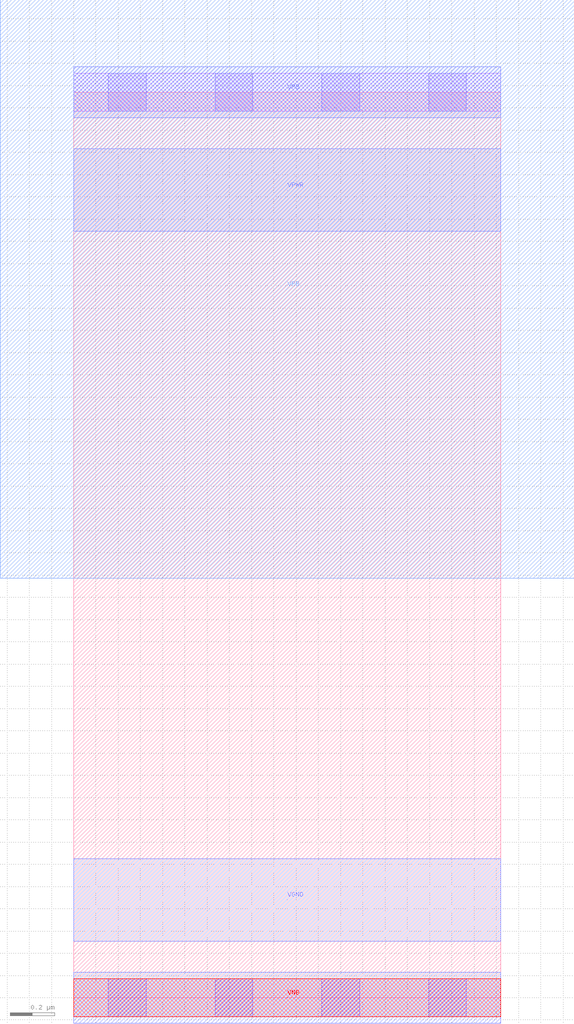
<source format=lef>
# Copyright 2020 The SkyWater PDK Authors
#
# Licensed under the Apache License, Version 2.0 (the "License");
# you may not use this file except in compliance with the License.
# You may obtain a copy of the License at
#
#     https://www.apache.org/licenses/LICENSE-2.0
#
# Unless required by applicable law or agreed to in writing, software
# distributed under the License is distributed on an "AS IS" BASIS,
# WITHOUT WARRANTIES OR CONDITIONS OF ANY KIND, either express or implied.
# See the License for the specific language governing permissions and
# limitations under the License.
#
# SPDX-License-Identifier: Apache-2.0

VERSION 5.7 ;
  NOWIREEXTENSIONATPIN ON ;
  DIVIDERCHAR "/" ;
  BUSBITCHARS "[]" ;
MACRO sky130_fd_sc_hvl__fill_4
  CLASS CORE SPACER ;
  FOREIGN sky130_fd_sc_hvl__fill_4 ;
  ORIGIN  0.000000  0.000000 ;
  SIZE  1.920000 BY  4.070000 ;
  SYMMETRY X Y ;
  SITE unithv ;
  PIN VGND
    DIRECTION INOUT ;
    USE GROUND ;
    PORT
      LAYER met1 ;
        RECT 0.000000 0.255000 1.920000 0.625000 ;
    END
  END VGND
  PIN VNB
    DIRECTION INOUT ;
    USE GROUND ;
    PORT
      LAYER met1 ;
        RECT 0.000000 -0.115000 1.920000 0.115000 ;
      LAYER pwell ;
        RECT 0.000000 -0.085000 1.920000 0.085000 ;
    END
  END VNB
  PIN VPB
    DIRECTION INOUT ;
    USE POWER ;
    PORT
      LAYER met1 ;
        RECT 0.000000 3.955000 1.920000 4.185000 ;
      LAYER nwell ;
        RECT -0.330000 1.885000 2.250000 4.485000 ;
    END
  END VPB
  PIN VPWR
    DIRECTION INOUT ;
    USE POWER ;
    PORT
      LAYER met1 ;
        RECT 0.000000 3.445000 1.920000 3.815000 ;
    END
  END VPWR
  OBS
    LAYER li1 ;
      RECT 0.000000 -0.085000 1.920000 0.085000 ;
      RECT 0.000000  3.985000 1.920000 4.155000 ;
    LAYER mcon ;
      RECT 0.155000 -0.085000 0.325000 0.085000 ;
      RECT 0.155000  3.985000 0.325000 4.155000 ;
      RECT 0.635000 -0.085000 0.805000 0.085000 ;
      RECT 0.635000  3.985000 0.805000 4.155000 ;
      RECT 1.115000 -0.085000 1.285000 0.085000 ;
      RECT 1.115000  3.985000 1.285000 4.155000 ;
      RECT 1.595000 -0.085000 1.765000 0.085000 ;
      RECT 1.595000  3.985000 1.765000 4.155000 ;
  END
END sky130_fd_sc_hvl__fill_4
END LIBRARY

</source>
